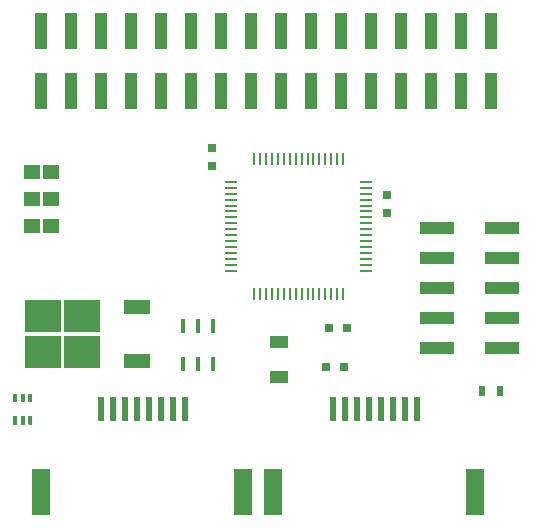
<source format=gtp>
%TF.GenerationSoftware,KiCad,Pcbnew,(5.0.1)-3*%
%TF.CreationDate,2018-12-23T10:43:27+11:00*%
%TF.ProjectId,16_Channel_SSR_Driver,31365F4368616E6E656C5F5353525F44,1.2*%
%TF.SameCoordinates,PX7c25018PY69db1f0*%
%TF.FileFunction,Paste,Top*%
%TF.FilePolarity,Positive*%
%FSLAX46Y46*%
G04 Gerber Fmt 4.6, Leading zero omitted, Abs format (unit mm)*
G04 Created by KiCad (PCBNEW (5.0.1)-3) date 23/12/2018 10:43:27 AM*
%MOMM*%
%LPD*%
G01*
G04 APERTURE LIST*
%ADD10C,0.100000*%
%ADD11R,3.000000X1.000000*%
%ADD12R,0.500000X0.900000*%
%ADD13R,1.000000X3.150000*%
%ADD14R,1.380000X1.250000*%
%ADD15R,0.350000X0.800000*%
%ADD16R,0.406400X1.219200*%
%ADD17R,0.800000X0.750000*%
%ADD18R,0.750000X0.800000*%
%ADD19R,1.500000X4.000000*%
%ADD20R,0.600000X2.100000*%
%ADD21R,1.000000X0.250000*%
%ADD22R,0.250000X1.000000*%
%ADD23R,2.200000X1.200000*%
%ADD24R,3.050000X2.750000*%
%ADD25R,1.600000X1.000000*%
G04 APERTURE END LIST*
D10*
G36*
X2959555Y-33715000D02*
X2659000Y-33715000D01*
X2659000Y-32964080D01*
X2959555Y-32964080D01*
X2959555Y-33715000D01*
G37*
G36*
X2309142Y-33715000D02*
X2009000Y-33715000D01*
X2009000Y-32963750D01*
X2309142Y-32963750D01*
X2309142Y-33715000D01*
G37*
G36*
X1658587Y-33715000D02*
X1359000Y-33715000D01*
X1359000Y-32963910D01*
X1658587Y-32963910D01*
X1658587Y-33715000D01*
G37*
G36*
X1359000Y-34865043D02*
X1658963Y-34865043D01*
X1658963Y-35615000D01*
X1359000Y-35615000D01*
X1359000Y-34865043D01*
G37*
G36*
X2009000Y-34865076D02*
X2309020Y-34865076D01*
X2309020Y-35615000D01*
X2009000Y-35615000D01*
X2009000Y-34865076D01*
G37*
G36*
X2659000Y-34866111D02*
X2960546Y-34866111D01*
X2960546Y-35615000D01*
X2659000Y-35615000D01*
X2659000Y-34866111D01*
G37*
D11*
X37235000Y-18923000D03*
X42775000Y-18923000D03*
X37235000Y-21463000D03*
X42775000Y-21463000D03*
X37235000Y-24003000D03*
X42775000Y-24003000D03*
X37235000Y-26543000D03*
X42775000Y-26543000D03*
X37235000Y-29083000D03*
X42775000Y-29083000D03*
D12*
X42533000Y-32766000D03*
X41033000Y-32766000D03*
D13*
X41783000Y-2301000D03*
X41783000Y-7351000D03*
X39243000Y-2301000D03*
X39243000Y-7351000D03*
X36703000Y-2301000D03*
X36703000Y-7351000D03*
X34163000Y-2301000D03*
X34163000Y-7351000D03*
X31623000Y-2301000D03*
X31623000Y-7351000D03*
X29083000Y-2301000D03*
X29083000Y-7351000D03*
X26543000Y-2301000D03*
X26543000Y-7351000D03*
X24003000Y-2301000D03*
X24003000Y-7351000D03*
X21463000Y-2301000D03*
X21463000Y-7351000D03*
X18923000Y-2301000D03*
X18923000Y-7351000D03*
X16383000Y-2301000D03*
X16383000Y-7351000D03*
X13843000Y-2301000D03*
X13843000Y-7351000D03*
X11303000Y-2301000D03*
X11303000Y-7351000D03*
X8763000Y-2301000D03*
X8763000Y-7351000D03*
X6223000Y-2301000D03*
X6223000Y-7351000D03*
X3683000Y-2301000D03*
X3683000Y-7351000D03*
D14*
X4541000Y-18796000D03*
X2921000Y-18796000D03*
X2921000Y-16510000D03*
X4541000Y-16510000D03*
X4541000Y-14224000D03*
X2921000Y-14224000D03*
D15*
X2809000Y-33340000D03*
X2159000Y-33340000D03*
X1509000Y-33340000D03*
X1509000Y-35240000D03*
X2159000Y-35240000D03*
X2809000Y-35240000D03*
D16*
X18288000Y-27228800D03*
X17018000Y-27228800D03*
X15748000Y-27228800D03*
X15748000Y-30429200D03*
X17018000Y-30429200D03*
X18288000Y-30429200D03*
D17*
X29325000Y-30734000D03*
X27825000Y-30734000D03*
D18*
X18161000Y-12192000D03*
X18161000Y-13692000D03*
D17*
X29579000Y-27432000D03*
X28079000Y-27432000D03*
D18*
X33020000Y-16141000D03*
X33020000Y-17641000D03*
D19*
X23370000Y-41282000D03*
D20*
X35570000Y-34302000D03*
X34550000Y-34302000D03*
X33530000Y-34302000D03*
X32510000Y-34302000D03*
X31490000Y-34302000D03*
X30470000Y-34302000D03*
X29450000Y-34302000D03*
X28430000Y-34302000D03*
D19*
X40470000Y-41282000D03*
X3685000Y-41282000D03*
D20*
X15885000Y-34302000D03*
X14865000Y-34302000D03*
X13845000Y-34302000D03*
X12825000Y-34302000D03*
X11805000Y-34302000D03*
X10785000Y-34302000D03*
X9765000Y-34302000D03*
X8745000Y-34302000D03*
D19*
X20785000Y-41282000D03*
D21*
X31227000Y-22546000D03*
X31227000Y-22046000D03*
X31227000Y-21546000D03*
X31227000Y-21046000D03*
X31227000Y-20546000D03*
X31227000Y-20046000D03*
X31227000Y-19546000D03*
X31227000Y-19046000D03*
X31227000Y-18546000D03*
X31227000Y-18046000D03*
X31227000Y-17546000D03*
X31227000Y-17046000D03*
X31227000Y-16546000D03*
X31227000Y-16046000D03*
X31227000Y-15546000D03*
X31227000Y-15046000D03*
D22*
X29277000Y-13096000D03*
X28777000Y-13096000D03*
X28277000Y-13096000D03*
X27777000Y-13096000D03*
X27277000Y-13096000D03*
X26777000Y-13096000D03*
X26277000Y-13096000D03*
X25777000Y-13096000D03*
X25277000Y-13096000D03*
X24777000Y-13096000D03*
X24277000Y-13096000D03*
X23777000Y-13096000D03*
X23277000Y-13096000D03*
X22777000Y-13096000D03*
X22277000Y-13096000D03*
X21777000Y-13096000D03*
D21*
X19827000Y-15046000D03*
X19827000Y-15546000D03*
X19827000Y-16046000D03*
X19827000Y-16546000D03*
X19827000Y-17046000D03*
X19827000Y-17546000D03*
X19827000Y-18046000D03*
X19827000Y-18546000D03*
X19827000Y-19046000D03*
X19827000Y-19546000D03*
X19827000Y-20046000D03*
X19827000Y-20546000D03*
X19827000Y-21046000D03*
X19827000Y-21546000D03*
X19827000Y-22046000D03*
X19827000Y-22546000D03*
D22*
X21777000Y-24496000D03*
X22277000Y-24496000D03*
X22777000Y-24496000D03*
X23277000Y-24496000D03*
X23777000Y-24496000D03*
X24277000Y-24496000D03*
X24777000Y-24496000D03*
X25277000Y-24496000D03*
X25777000Y-24496000D03*
X26277000Y-24496000D03*
X26777000Y-24496000D03*
X27277000Y-24496000D03*
X27777000Y-24496000D03*
X28277000Y-24496000D03*
X28777000Y-24496000D03*
X29277000Y-24496000D03*
D23*
X11820000Y-30220000D03*
X11820000Y-25660000D03*
D24*
X3845000Y-26415000D03*
X7195000Y-29465000D03*
X3845000Y-29465000D03*
X7195000Y-26415000D03*
D25*
X23876000Y-31599000D03*
X23876000Y-28599000D03*
M02*

</source>
